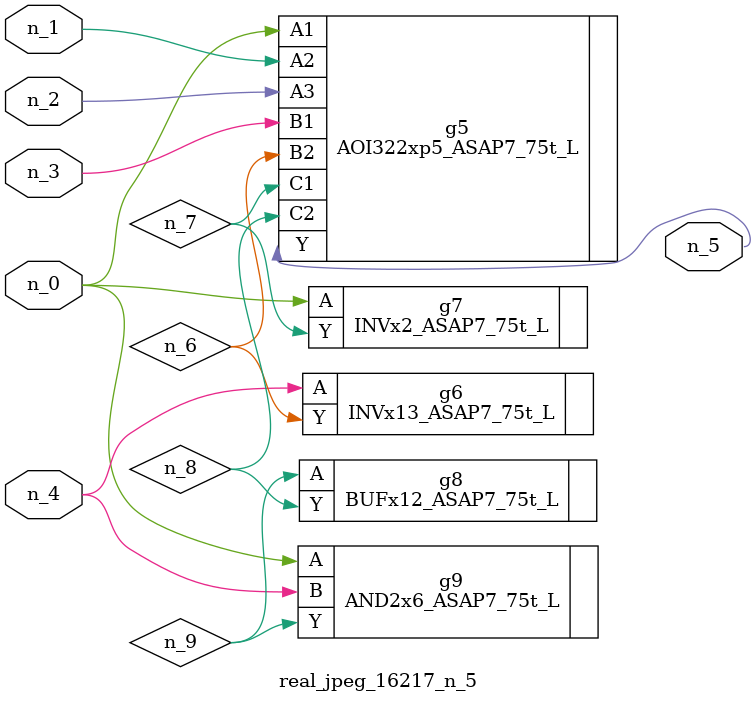
<source format=v>
module real_jpeg_16217_n_5 (n_4, n_0, n_1, n_2, n_3, n_5);

input n_4;
input n_0;
input n_1;
input n_2;
input n_3;

output n_5;

wire n_8;
wire n_6;
wire n_7;
wire n_9;

AOI322xp5_ASAP7_75t_L g5 ( 
.A1(n_0),
.A2(n_1),
.A3(n_2),
.B1(n_3),
.B2(n_6),
.C1(n_7),
.C2(n_8),
.Y(n_5)
);

INVx2_ASAP7_75t_L g7 ( 
.A(n_0),
.Y(n_7)
);

AND2x6_ASAP7_75t_L g9 ( 
.A(n_0),
.B(n_4),
.Y(n_9)
);

INVx13_ASAP7_75t_L g6 ( 
.A(n_4),
.Y(n_6)
);

BUFx12_ASAP7_75t_L g8 ( 
.A(n_9),
.Y(n_8)
);


endmodule
</source>
